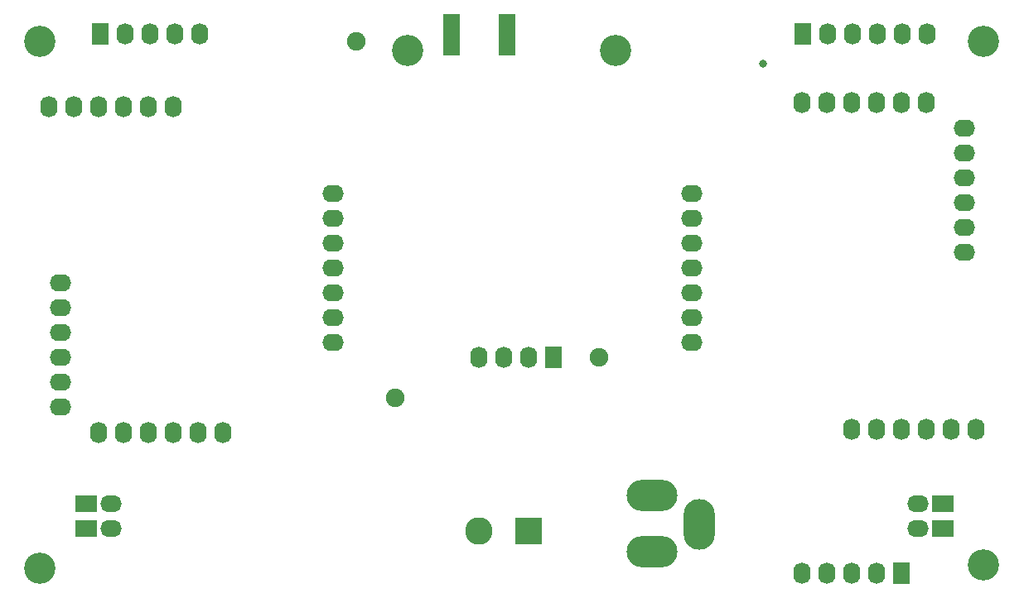
<source format=gbs>
G04*
G04 #@! TF.GenerationSoftware,Altium Limited,Altium Designer,23.4.1 (23)*
G04*
G04 Layer_Color=16711935*
%FSLAX44Y44*%
%MOMM*%
G71*
G04*
G04 #@! TF.SameCoordinates,827902E4-1926-4F04-AA28-A78990439785*
G04*
G04*
G04 #@! TF.FilePolarity,Negative*
G04*
G01*
G75*
%ADD56R,1.7032X4.2032*%
%ADD62O,1.7432X2.2032*%
%ADD63R,1.7432X2.2032*%
%ADD64O,5.2032X3.2032*%
%ADD65O,3.2032X5.2032*%
%ADD66R,2.2032X1.7272*%
%ADD67O,2.2032X1.7272*%
%ADD68O,2.2032X1.7432*%
%ADD69O,1.7432X2.2032*%
%ADD70C,1.9032*%
%ADD71C,3.2032*%
%ADD72C,2.8032*%
%ADD73R,2.8032X2.8032*%
%ADD74C,0.8128*%
D56*
X-148234Y471897D02*
D03*
X-204734D02*
D03*
D62*
X280670Y472009D02*
D03*
X255270D02*
D03*
X179070D02*
D03*
X204470D02*
D03*
X229870D02*
D03*
X330820Y68037D02*
D03*
X305420D02*
D03*
X280020D02*
D03*
X254620D02*
D03*
X229220D02*
D03*
X203820D02*
D03*
X-616346Y398237D02*
D03*
X-590946D02*
D03*
X-565546D02*
D03*
X-540146D02*
D03*
X-514746D02*
D03*
X-489346D02*
D03*
X229474Y-79283D02*
D03*
X204074D02*
D03*
X-538434Y472009D02*
D03*
X-513034D02*
D03*
X-151354Y140937D02*
D03*
X-487634Y472009D02*
D03*
X-462234D02*
D03*
X153274Y-79283D02*
D03*
X178674D02*
D03*
X-125954Y140937D02*
D03*
X-176754D02*
D03*
D63*
X153670Y472009D02*
D03*
X254874Y-79283D02*
D03*
X-563834Y472009D02*
D03*
X-100554Y140937D02*
D03*
D64*
X0Y0D02*
D03*
Y-58000D02*
D03*
D65*
X48000Y-30000D02*
D03*
D66*
X297180Y-8890D02*
D03*
Y-34290D02*
D03*
X-577937Y-8890D02*
D03*
Y-34290D02*
D03*
D67*
X271780Y-8890D02*
D03*
Y-34290D02*
D03*
X-552537Y-8890D02*
D03*
Y-34290D02*
D03*
D68*
X40244Y283937D02*
D03*
Y156937D02*
D03*
Y182337D02*
D03*
Y207737D02*
D03*
Y233137D02*
D03*
Y258537D02*
D03*
X319136Y248631D02*
D03*
Y274031D02*
D03*
Y299431D02*
D03*
Y324831D02*
D03*
Y350231D02*
D03*
Y375631D02*
D03*
X40244Y309337D02*
D03*
X-325770Y182337D02*
D03*
Y309337D02*
D03*
Y283937D02*
D03*
Y258537D02*
D03*
Y233137D02*
D03*
Y207737D02*
D03*
X-604662Y217643D02*
D03*
Y192243D02*
D03*
Y166843D02*
D03*
Y141443D02*
D03*
Y116043D02*
D03*
Y90643D02*
D03*
X-325770Y156937D02*
D03*
D69*
X153020Y402047D02*
D03*
X178420D02*
D03*
X203820D02*
D03*
X229220D02*
D03*
X254620D02*
D03*
X280020D02*
D03*
X-438546Y64227D02*
D03*
X-463946D02*
D03*
X-489346D02*
D03*
X-514746D02*
D03*
X-540146D02*
D03*
X-565546D02*
D03*
D70*
X-302214Y464389D02*
D03*
X-262276Y100047D02*
D03*
X-54610Y140970D02*
D03*
D71*
X338914Y465017D02*
D03*
X-625456Y465017D02*
D03*
X338914Y-71220D02*
D03*
X-625456Y-74423D02*
D03*
X-250209Y455720D02*
D03*
X-37609D02*
D03*
D72*
X-176926Y-36103D02*
D03*
D73*
X-126126D02*
D03*
D74*
X113030Y441960D02*
D03*
M02*

</source>
